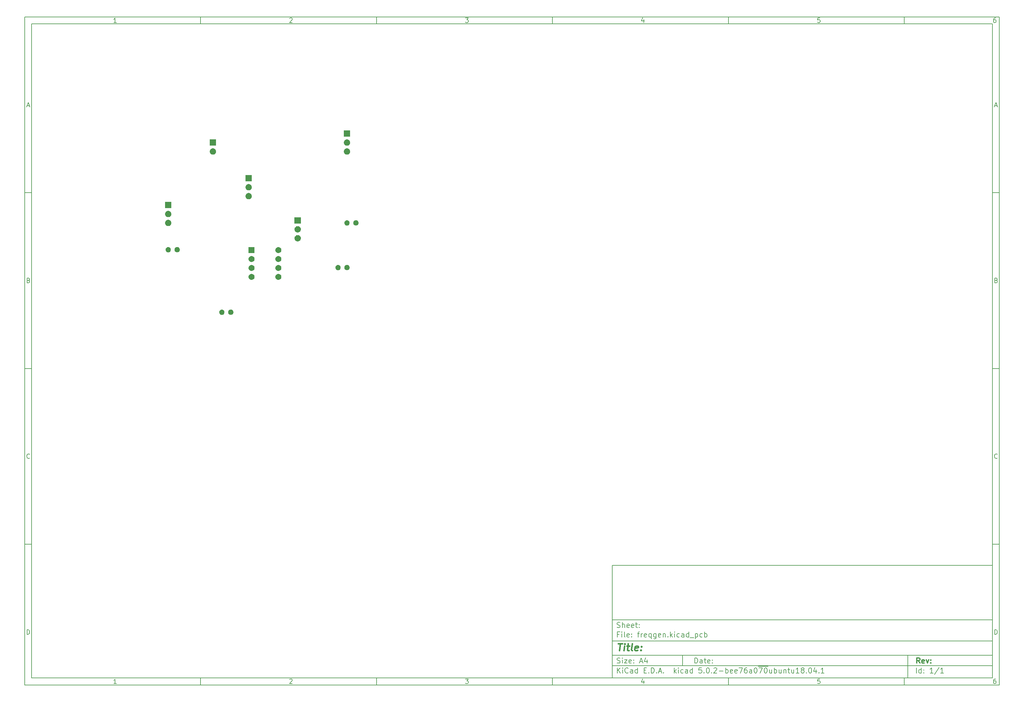
<source format=gbr>
G04 #@! TF.GenerationSoftware,KiCad,Pcbnew,5.0.2-bee76a0~70~ubuntu18.04.1*
G04 #@! TF.CreationDate,2019-03-06T00:53:48+05:30*
G04 #@! TF.ProjectId,freqgen,66726571-6765-46e2-9e6b-696361645f70,rev?*
G04 #@! TF.SameCoordinates,Original*
G04 #@! TF.FileFunction,Soldermask,Top*
G04 #@! TF.FilePolarity,Negative*
%FSLAX46Y46*%
G04 Gerber Fmt 4.6, Leading zero omitted, Abs format (unit mm)*
G04 Created by KiCad (PCBNEW 5.0.2-bee76a0~70~ubuntu18.04.1) date Wed Mar  6 00:53:48 2019*
%MOMM*%
%LPD*%
G01*
G04 APERTURE LIST*
%ADD10C,0.100000*%
%ADD11C,0.150000*%
%ADD12C,0.300000*%
%ADD13C,0.400000*%
G04 APERTURE END LIST*
D10*
D11*
X177002200Y-166007200D02*
X177002200Y-198007200D01*
X285002200Y-198007200D01*
X285002200Y-166007200D01*
X177002200Y-166007200D01*
D10*
D11*
X10000000Y-10000000D02*
X10000000Y-200007200D01*
X287002200Y-200007200D01*
X287002200Y-10000000D01*
X10000000Y-10000000D01*
D10*
D11*
X12000000Y-12000000D02*
X12000000Y-198007200D01*
X285002200Y-198007200D01*
X285002200Y-12000000D01*
X12000000Y-12000000D01*
D10*
D11*
X60000000Y-12000000D02*
X60000000Y-10000000D01*
D10*
D11*
X110000000Y-12000000D02*
X110000000Y-10000000D01*
D10*
D11*
X160000000Y-12000000D02*
X160000000Y-10000000D01*
D10*
D11*
X210000000Y-12000000D02*
X210000000Y-10000000D01*
D10*
D11*
X260000000Y-12000000D02*
X260000000Y-10000000D01*
D10*
D11*
X36065476Y-11588095D02*
X35322619Y-11588095D01*
X35694047Y-11588095D02*
X35694047Y-10288095D01*
X35570238Y-10473809D01*
X35446428Y-10597619D01*
X35322619Y-10659523D01*
D10*
D11*
X85322619Y-10411904D02*
X85384523Y-10350000D01*
X85508333Y-10288095D01*
X85817857Y-10288095D01*
X85941666Y-10350000D01*
X86003571Y-10411904D01*
X86065476Y-10535714D01*
X86065476Y-10659523D01*
X86003571Y-10845238D01*
X85260714Y-11588095D01*
X86065476Y-11588095D01*
D10*
D11*
X135260714Y-10288095D02*
X136065476Y-10288095D01*
X135632142Y-10783333D01*
X135817857Y-10783333D01*
X135941666Y-10845238D01*
X136003571Y-10907142D01*
X136065476Y-11030952D01*
X136065476Y-11340476D01*
X136003571Y-11464285D01*
X135941666Y-11526190D01*
X135817857Y-11588095D01*
X135446428Y-11588095D01*
X135322619Y-11526190D01*
X135260714Y-11464285D01*
D10*
D11*
X185941666Y-10721428D02*
X185941666Y-11588095D01*
X185632142Y-10226190D02*
X185322619Y-11154761D01*
X186127380Y-11154761D01*
D10*
D11*
X236003571Y-10288095D02*
X235384523Y-10288095D01*
X235322619Y-10907142D01*
X235384523Y-10845238D01*
X235508333Y-10783333D01*
X235817857Y-10783333D01*
X235941666Y-10845238D01*
X236003571Y-10907142D01*
X236065476Y-11030952D01*
X236065476Y-11340476D01*
X236003571Y-11464285D01*
X235941666Y-11526190D01*
X235817857Y-11588095D01*
X235508333Y-11588095D01*
X235384523Y-11526190D01*
X235322619Y-11464285D01*
D10*
D11*
X285941666Y-10288095D02*
X285694047Y-10288095D01*
X285570238Y-10350000D01*
X285508333Y-10411904D01*
X285384523Y-10597619D01*
X285322619Y-10845238D01*
X285322619Y-11340476D01*
X285384523Y-11464285D01*
X285446428Y-11526190D01*
X285570238Y-11588095D01*
X285817857Y-11588095D01*
X285941666Y-11526190D01*
X286003571Y-11464285D01*
X286065476Y-11340476D01*
X286065476Y-11030952D01*
X286003571Y-10907142D01*
X285941666Y-10845238D01*
X285817857Y-10783333D01*
X285570238Y-10783333D01*
X285446428Y-10845238D01*
X285384523Y-10907142D01*
X285322619Y-11030952D01*
D10*
D11*
X60000000Y-198007200D02*
X60000000Y-200007200D01*
D10*
D11*
X110000000Y-198007200D02*
X110000000Y-200007200D01*
D10*
D11*
X160000000Y-198007200D02*
X160000000Y-200007200D01*
D10*
D11*
X210000000Y-198007200D02*
X210000000Y-200007200D01*
D10*
D11*
X260000000Y-198007200D02*
X260000000Y-200007200D01*
D10*
D11*
X36065476Y-199595295D02*
X35322619Y-199595295D01*
X35694047Y-199595295D02*
X35694047Y-198295295D01*
X35570238Y-198481009D01*
X35446428Y-198604819D01*
X35322619Y-198666723D01*
D10*
D11*
X85322619Y-198419104D02*
X85384523Y-198357200D01*
X85508333Y-198295295D01*
X85817857Y-198295295D01*
X85941666Y-198357200D01*
X86003571Y-198419104D01*
X86065476Y-198542914D01*
X86065476Y-198666723D01*
X86003571Y-198852438D01*
X85260714Y-199595295D01*
X86065476Y-199595295D01*
D10*
D11*
X135260714Y-198295295D02*
X136065476Y-198295295D01*
X135632142Y-198790533D01*
X135817857Y-198790533D01*
X135941666Y-198852438D01*
X136003571Y-198914342D01*
X136065476Y-199038152D01*
X136065476Y-199347676D01*
X136003571Y-199471485D01*
X135941666Y-199533390D01*
X135817857Y-199595295D01*
X135446428Y-199595295D01*
X135322619Y-199533390D01*
X135260714Y-199471485D01*
D10*
D11*
X185941666Y-198728628D02*
X185941666Y-199595295D01*
X185632142Y-198233390D02*
X185322619Y-199161961D01*
X186127380Y-199161961D01*
D10*
D11*
X236003571Y-198295295D02*
X235384523Y-198295295D01*
X235322619Y-198914342D01*
X235384523Y-198852438D01*
X235508333Y-198790533D01*
X235817857Y-198790533D01*
X235941666Y-198852438D01*
X236003571Y-198914342D01*
X236065476Y-199038152D01*
X236065476Y-199347676D01*
X236003571Y-199471485D01*
X235941666Y-199533390D01*
X235817857Y-199595295D01*
X235508333Y-199595295D01*
X235384523Y-199533390D01*
X235322619Y-199471485D01*
D10*
D11*
X285941666Y-198295295D02*
X285694047Y-198295295D01*
X285570238Y-198357200D01*
X285508333Y-198419104D01*
X285384523Y-198604819D01*
X285322619Y-198852438D01*
X285322619Y-199347676D01*
X285384523Y-199471485D01*
X285446428Y-199533390D01*
X285570238Y-199595295D01*
X285817857Y-199595295D01*
X285941666Y-199533390D01*
X286003571Y-199471485D01*
X286065476Y-199347676D01*
X286065476Y-199038152D01*
X286003571Y-198914342D01*
X285941666Y-198852438D01*
X285817857Y-198790533D01*
X285570238Y-198790533D01*
X285446428Y-198852438D01*
X285384523Y-198914342D01*
X285322619Y-199038152D01*
D10*
D11*
X10000000Y-60000000D02*
X12000000Y-60000000D01*
D10*
D11*
X10000000Y-110000000D02*
X12000000Y-110000000D01*
D10*
D11*
X10000000Y-160000000D02*
X12000000Y-160000000D01*
D10*
D11*
X10690476Y-35216666D02*
X11309523Y-35216666D01*
X10566666Y-35588095D02*
X11000000Y-34288095D01*
X11433333Y-35588095D01*
D10*
D11*
X11092857Y-84907142D02*
X11278571Y-84969047D01*
X11340476Y-85030952D01*
X11402380Y-85154761D01*
X11402380Y-85340476D01*
X11340476Y-85464285D01*
X11278571Y-85526190D01*
X11154761Y-85588095D01*
X10659523Y-85588095D01*
X10659523Y-84288095D01*
X11092857Y-84288095D01*
X11216666Y-84350000D01*
X11278571Y-84411904D01*
X11340476Y-84535714D01*
X11340476Y-84659523D01*
X11278571Y-84783333D01*
X11216666Y-84845238D01*
X11092857Y-84907142D01*
X10659523Y-84907142D01*
D10*
D11*
X11402380Y-135464285D02*
X11340476Y-135526190D01*
X11154761Y-135588095D01*
X11030952Y-135588095D01*
X10845238Y-135526190D01*
X10721428Y-135402380D01*
X10659523Y-135278571D01*
X10597619Y-135030952D01*
X10597619Y-134845238D01*
X10659523Y-134597619D01*
X10721428Y-134473809D01*
X10845238Y-134350000D01*
X11030952Y-134288095D01*
X11154761Y-134288095D01*
X11340476Y-134350000D01*
X11402380Y-134411904D01*
D10*
D11*
X10659523Y-185588095D02*
X10659523Y-184288095D01*
X10969047Y-184288095D01*
X11154761Y-184350000D01*
X11278571Y-184473809D01*
X11340476Y-184597619D01*
X11402380Y-184845238D01*
X11402380Y-185030952D01*
X11340476Y-185278571D01*
X11278571Y-185402380D01*
X11154761Y-185526190D01*
X10969047Y-185588095D01*
X10659523Y-185588095D01*
D10*
D11*
X287002200Y-60000000D02*
X285002200Y-60000000D01*
D10*
D11*
X287002200Y-110000000D02*
X285002200Y-110000000D01*
D10*
D11*
X287002200Y-160000000D02*
X285002200Y-160000000D01*
D10*
D11*
X285692676Y-35216666D02*
X286311723Y-35216666D01*
X285568866Y-35588095D02*
X286002200Y-34288095D01*
X286435533Y-35588095D01*
D10*
D11*
X286095057Y-84907142D02*
X286280771Y-84969047D01*
X286342676Y-85030952D01*
X286404580Y-85154761D01*
X286404580Y-85340476D01*
X286342676Y-85464285D01*
X286280771Y-85526190D01*
X286156961Y-85588095D01*
X285661723Y-85588095D01*
X285661723Y-84288095D01*
X286095057Y-84288095D01*
X286218866Y-84350000D01*
X286280771Y-84411904D01*
X286342676Y-84535714D01*
X286342676Y-84659523D01*
X286280771Y-84783333D01*
X286218866Y-84845238D01*
X286095057Y-84907142D01*
X285661723Y-84907142D01*
D10*
D11*
X286404580Y-135464285D02*
X286342676Y-135526190D01*
X286156961Y-135588095D01*
X286033152Y-135588095D01*
X285847438Y-135526190D01*
X285723628Y-135402380D01*
X285661723Y-135278571D01*
X285599819Y-135030952D01*
X285599819Y-134845238D01*
X285661723Y-134597619D01*
X285723628Y-134473809D01*
X285847438Y-134350000D01*
X286033152Y-134288095D01*
X286156961Y-134288095D01*
X286342676Y-134350000D01*
X286404580Y-134411904D01*
D10*
D11*
X285661723Y-185588095D02*
X285661723Y-184288095D01*
X285971247Y-184288095D01*
X286156961Y-184350000D01*
X286280771Y-184473809D01*
X286342676Y-184597619D01*
X286404580Y-184845238D01*
X286404580Y-185030952D01*
X286342676Y-185278571D01*
X286280771Y-185402380D01*
X286156961Y-185526190D01*
X285971247Y-185588095D01*
X285661723Y-185588095D01*
D10*
D11*
X200434342Y-193785771D02*
X200434342Y-192285771D01*
X200791485Y-192285771D01*
X201005771Y-192357200D01*
X201148628Y-192500057D01*
X201220057Y-192642914D01*
X201291485Y-192928628D01*
X201291485Y-193142914D01*
X201220057Y-193428628D01*
X201148628Y-193571485D01*
X201005771Y-193714342D01*
X200791485Y-193785771D01*
X200434342Y-193785771D01*
X202577200Y-193785771D02*
X202577200Y-193000057D01*
X202505771Y-192857200D01*
X202362914Y-192785771D01*
X202077200Y-192785771D01*
X201934342Y-192857200D01*
X202577200Y-193714342D02*
X202434342Y-193785771D01*
X202077200Y-193785771D01*
X201934342Y-193714342D01*
X201862914Y-193571485D01*
X201862914Y-193428628D01*
X201934342Y-193285771D01*
X202077200Y-193214342D01*
X202434342Y-193214342D01*
X202577200Y-193142914D01*
X203077200Y-192785771D02*
X203648628Y-192785771D01*
X203291485Y-192285771D02*
X203291485Y-193571485D01*
X203362914Y-193714342D01*
X203505771Y-193785771D01*
X203648628Y-193785771D01*
X204720057Y-193714342D02*
X204577200Y-193785771D01*
X204291485Y-193785771D01*
X204148628Y-193714342D01*
X204077200Y-193571485D01*
X204077200Y-193000057D01*
X204148628Y-192857200D01*
X204291485Y-192785771D01*
X204577200Y-192785771D01*
X204720057Y-192857200D01*
X204791485Y-193000057D01*
X204791485Y-193142914D01*
X204077200Y-193285771D01*
X205434342Y-193642914D02*
X205505771Y-193714342D01*
X205434342Y-193785771D01*
X205362914Y-193714342D01*
X205434342Y-193642914D01*
X205434342Y-193785771D01*
X205434342Y-192857200D02*
X205505771Y-192928628D01*
X205434342Y-193000057D01*
X205362914Y-192928628D01*
X205434342Y-192857200D01*
X205434342Y-193000057D01*
D10*
D11*
X177002200Y-194507200D02*
X285002200Y-194507200D01*
D10*
D11*
X178434342Y-196585771D02*
X178434342Y-195085771D01*
X179291485Y-196585771D02*
X178648628Y-195728628D01*
X179291485Y-195085771D02*
X178434342Y-195942914D01*
X179934342Y-196585771D02*
X179934342Y-195585771D01*
X179934342Y-195085771D02*
X179862914Y-195157200D01*
X179934342Y-195228628D01*
X180005771Y-195157200D01*
X179934342Y-195085771D01*
X179934342Y-195228628D01*
X181505771Y-196442914D02*
X181434342Y-196514342D01*
X181220057Y-196585771D01*
X181077200Y-196585771D01*
X180862914Y-196514342D01*
X180720057Y-196371485D01*
X180648628Y-196228628D01*
X180577200Y-195942914D01*
X180577200Y-195728628D01*
X180648628Y-195442914D01*
X180720057Y-195300057D01*
X180862914Y-195157200D01*
X181077200Y-195085771D01*
X181220057Y-195085771D01*
X181434342Y-195157200D01*
X181505771Y-195228628D01*
X182791485Y-196585771D02*
X182791485Y-195800057D01*
X182720057Y-195657200D01*
X182577200Y-195585771D01*
X182291485Y-195585771D01*
X182148628Y-195657200D01*
X182791485Y-196514342D02*
X182648628Y-196585771D01*
X182291485Y-196585771D01*
X182148628Y-196514342D01*
X182077200Y-196371485D01*
X182077200Y-196228628D01*
X182148628Y-196085771D01*
X182291485Y-196014342D01*
X182648628Y-196014342D01*
X182791485Y-195942914D01*
X184148628Y-196585771D02*
X184148628Y-195085771D01*
X184148628Y-196514342D02*
X184005771Y-196585771D01*
X183720057Y-196585771D01*
X183577200Y-196514342D01*
X183505771Y-196442914D01*
X183434342Y-196300057D01*
X183434342Y-195871485D01*
X183505771Y-195728628D01*
X183577200Y-195657200D01*
X183720057Y-195585771D01*
X184005771Y-195585771D01*
X184148628Y-195657200D01*
X186005771Y-195800057D02*
X186505771Y-195800057D01*
X186720057Y-196585771D02*
X186005771Y-196585771D01*
X186005771Y-195085771D01*
X186720057Y-195085771D01*
X187362914Y-196442914D02*
X187434342Y-196514342D01*
X187362914Y-196585771D01*
X187291485Y-196514342D01*
X187362914Y-196442914D01*
X187362914Y-196585771D01*
X188077200Y-196585771D02*
X188077200Y-195085771D01*
X188434342Y-195085771D01*
X188648628Y-195157200D01*
X188791485Y-195300057D01*
X188862914Y-195442914D01*
X188934342Y-195728628D01*
X188934342Y-195942914D01*
X188862914Y-196228628D01*
X188791485Y-196371485D01*
X188648628Y-196514342D01*
X188434342Y-196585771D01*
X188077200Y-196585771D01*
X189577200Y-196442914D02*
X189648628Y-196514342D01*
X189577200Y-196585771D01*
X189505771Y-196514342D01*
X189577200Y-196442914D01*
X189577200Y-196585771D01*
X190220057Y-196157200D02*
X190934342Y-196157200D01*
X190077200Y-196585771D02*
X190577200Y-195085771D01*
X191077200Y-196585771D01*
X191577200Y-196442914D02*
X191648628Y-196514342D01*
X191577200Y-196585771D01*
X191505771Y-196514342D01*
X191577200Y-196442914D01*
X191577200Y-196585771D01*
X194577200Y-196585771D02*
X194577200Y-195085771D01*
X194720057Y-196014342D02*
X195148628Y-196585771D01*
X195148628Y-195585771D02*
X194577200Y-196157200D01*
X195791485Y-196585771D02*
X195791485Y-195585771D01*
X195791485Y-195085771D02*
X195720057Y-195157200D01*
X195791485Y-195228628D01*
X195862914Y-195157200D01*
X195791485Y-195085771D01*
X195791485Y-195228628D01*
X197148628Y-196514342D02*
X197005771Y-196585771D01*
X196720057Y-196585771D01*
X196577200Y-196514342D01*
X196505771Y-196442914D01*
X196434342Y-196300057D01*
X196434342Y-195871485D01*
X196505771Y-195728628D01*
X196577200Y-195657200D01*
X196720057Y-195585771D01*
X197005771Y-195585771D01*
X197148628Y-195657200D01*
X198434342Y-196585771D02*
X198434342Y-195800057D01*
X198362914Y-195657200D01*
X198220057Y-195585771D01*
X197934342Y-195585771D01*
X197791485Y-195657200D01*
X198434342Y-196514342D02*
X198291485Y-196585771D01*
X197934342Y-196585771D01*
X197791485Y-196514342D01*
X197720057Y-196371485D01*
X197720057Y-196228628D01*
X197791485Y-196085771D01*
X197934342Y-196014342D01*
X198291485Y-196014342D01*
X198434342Y-195942914D01*
X199791485Y-196585771D02*
X199791485Y-195085771D01*
X199791485Y-196514342D02*
X199648628Y-196585771D01*
X199362914Y-196585771D01*
X199220057Y-196514342D01*
X199148628Y-196442914D01*
X199077200Y-196300057D01*
X199077200Y-195871485D01*
X199148628Y-195728628D01*
X199220057Y-195657200D01*
X199362914Y-195585771D01*
X199648628Y-195585771D01*
X199791485Y-195657200D01*
X202362914Y-195085771D02*
X201648628Y-195085771D01*
X201577200Y-195800057D01*
X201648628Y-195728628D01*
X201791485Y-195657200D01*
X202148628Y-195657200D01*
X202291485Y-195728628D01*
X202362914Y-195800057D01*
X202434342Y-195942914D01*
X202434342Y-196300057D01*
X202362914Y-196442914D01*
X202291485Y-196514342D01*
X202148628Y-196585771D01*
X201791485Y-196585771D01*
X201648628Y-196514342D01*
X201577200Y-196442914D01*
X203077200Y-196442914D02*
X203148628Y-196514342D01*
X203077200Y-196585771D01*
X203005771Y-196514342D01*
X203077200Y-196442914D01*
X203077200Y-196585771D01*
X204077200Y-195085771D02*
X204220057Y-195085771D01*
X204362914Y-195157200D01*
X204434342Y-195228628D01*
X204505771Y-195371485D01*
X204577200Y-195657200D01*
X204577200Y-196014342D01*
X204505771Y-196300057D01*
X204434342Y-196442914D01*
X204362914Y-196514342D01*
X204220057Y-196585771D01*
X204077200Y-196585771D01*
X203934342Y-196514342D01*
X203862914Y-196442914D01*
X203791485Y-196300057D01*
X203720057Y-196014342D01*
X203720057Y-195657200D01*
X203791485Y-195371485D01*
X203862914Y-195228628D01*
X203934342Y-195157200D01*
X204077200Y-195085771D01*
X205220057Y-196442914D02*
X205291485Y-196514342D01*
X205220057Y-196585771D01*
X205148628Y-196514342D01*
X205220057Y-196442914D01*
X205220057Y-196585771D01*
X205862914Y-195228628D02*
X205934342Y-195157200D01*
X206077200Y-195085771D01*
X206434342Y-195085771D01*
X206577200Y-195157200D01*
X206648628Y-195228628D01*
X206720057Y-195371485D01*
X206720057Y-195514342D01*
X206648628Y-195728628D01*
X205791485Y-196585771D01*
X206720057Y-196585771D01*
X207362914Y-196014342D02*
X208505771Y-196014342D01*
X209220057Y-196585771D02*
X209220057Y-195085771D01*
X209220057Y-195657200D02*
X209362914Y-195585771D01*
X209648628Y-195585771D01*
X209791485Y-195657200D01*
X209862914Y-195728628D01*
X209934342Y-195871485D01*
X209934342Y-196300057D01*
X209862914Y-196442914D01*
X209791485Y-196514342D01*
X209648628Y-196585771D01*
X209362914Y-196585771D01*
X209220057Y-196514342D01*
X211148628Y-196514342D02*
X211005771Y-196585771D01*
X210720057Y-196585771D01*
X210577200Y-196514342D01*
X210505771Y-196371485D01*
X210505771Y-195800057D01*
X210577200Y-195657200D01*
X210720057Y-195585771D01*
X211005771Y-195585771D01*
X211148628Y-195657200D01*
X211220057Y-195800057D01*
X211220057Y-195942914D01*
X210505771Y-196085771D01*
X212434342Y-196514342D02*
X212291485Y-196585771D01*
X212005771Y-196585771D01*
X211862914Y-196514342D01*
X211791485Y-196371485D01*
X211791485Y-195800057D01*
X211862914Y-195657200D01*
X212005771Y-195585771D01*
X212291485Y-195585771D01*
X212434342Y-195657200D01*
X212505771Y-195800057D01*
X212505771Y-195942914D01*
X211791485Y-196085771D01*
X213005771Y-195085771D02*
X214005771Y-195085771D01*
X213362914Y-196585771D01*
X215220057Y-195085771D02*
X214934342Y-195085771D01*
X214791485Y-195157200D01*
X214720057Y-195228628D01*
X214577200Y-195442914D01*
X214505771Y-195728628D01*
X214505771Y-196300057D01*
X214577200Y-196442914D01*
X214648628Y-196514342D01*
X214791485Y-196585771D01*
X215077200Y-196585771D01*
X215220057Y-196514342D01*
X215291485Y-196442914D01*
X215362914Y-196300057D01*
X215362914Y-195942914D01*
X215291485Y-195800057D01*
X215220057Y-195728628D01*
X215077200Y-195657200D01*
X214791485Y-195657200D01*
X214648628Y-195728628D01*
X214577200Y-195800057D01*
X214505771Y-195942914D01*
X216648628Y-196585771D02*
X216648628Y-195800057D01*
X216577200Y-195657200D01*
X216434342Y-195585771D01*
X216148628Y-195585771D01*
X216005771Y-195657200D01*
X216648628Y-196514342D02*
X216505771Y-196585771D01*
X216148628Y-196585771D01*
X216005771Y-196514342D01*
X215934342Y-196371485D01*
X215934342Y-196228628D01*
X216005771Y-196085771D01*
X216148628Y-196014342D01*
X216505771Y-196014342D01*
X216648628Y-195942914D01*
X217648628Y-195085771D02*
X217791485Y-195085771D01*
X217934342Y-195157200D01*
X218005771Y-195228628D01*
X218077200Y-195371485D01*
X218148628Y-195657200D01*
X218148628Y-196014342D01*
X218077200Y-196300057D01*
X218005771Y-196442914D01*
X217934342Y-196514342D01*
X217791485Y-196585771D01*
X217648628Y-196585771D01*
X217505771Y-196514342D01*
X217434342Y-196442914D01*
X217362914Y-196300057D01*
X217291485Y-196014342D01*
X217291485Y-195657200D01*
X217362914Y-195371485D01*
X217434342Y-195228628D01*
X217505771Y-195157200D01*
X217648628Y-195085771D01*
X218434342Y-194677200D02*
X219862914Y-194677200D01*
X218648628Y-195085771D02*
X219648628Y-195085771D01*
X219005771Y-196585771D01*
X219862914Y-194677200D02*
X221291485Y-194677200D01*
X220505771Y-195085771D02*
X220648628Y-195085771D01*
X220791485Y-195157200D01*
X220862914Y-195228628D01*
X220934342Y-195371485D01*
X221005771Y-195657200D01*
X221005771Y-196014342D01*
X220934342Y-196300057D01*
X220862914Y-196442914D01*
X220791485Y-196514342D01*
X220648628Y-196585771D01*
X220505771Y-196585771D01*
X220362914Y-196514342D01*
X220291485Y-196442914D01*
X220220057Y-196300057D01*
X220148628Y-196014342D01*
X220148628Y-195657200D01*
X220220057Y-195371485D01*
X220291485Y-195228628D01*
X220362914Y-195157200D01*
X220505771Y-195085771D01*
X222291485Y-195585771D02*
X222291485Y-196585771D01*
X221648628Y-195585771D02*
X221648628Y-196371485D01*
X221720057Y-196514342D01*
X221862914Y-196585771D01*
X222077200Y-196585771D01*
X222220057Y-196514342D01*
X222291485Y-196442914D01*
X223005771Y-196585771D02*
X223005771Y-195085771D01*
X223005771Y-195657200D02*
X223148628Y-195585771D01*
X223434342Y-195585771D01*
X223577200Y-195657200D01*
X223648628Y-195728628D01*
X223720057Y-195871485D01*
X223720057Y-196300057D01*
X223648628Y-196442914D01*
X223577200Y-196514342D01*
X223434342Y-196585771D01*
X223148628Y-196585771D01*
X223005771Y-196514342D01*
X225005771Y-195585771D02*
X225005771Y-196585771D01*
X224362914Y-195585771D02*
X224362914Y-196371485D01*
X224434342Y-196514342D01*
X224577200Y-196585771D01*
X224791485Y-196585771D01*
X224934342Y-196514342D01*
X225005771Y-196442914D01*
X225720057Y-195585771D02*
X225720057Y-196585771D01*
X225720057Y-195728628D02*
X225791485Y-195657200D01*
X225934342Y-195585771D01*
X226148628Y-195585771D01*
X226291485Y-195657200D01*
X226362914Y-195800057D01*
X226362914Y-196585771D01*
X226862914Y-195585771D02*
X227434342Y-195585771D01*
X227077200Y-195085771D02*
X227077200Y-196371485D01*
X227148628Y-196514342D01*
X227291485Y-196585771D01*
X227434342Y-196585771D01*
X228577200Y-195585771D02*
X228577200Y-196585771D01*
X227934342Y-195585771D02*
X227934342Y-196371485D01*
X228005771Y-196514342D01*
X228148628Y-196585771D01*
X228362914Y-196585771D01*
X228505771Y-196514342D01*
X228577200Y-196442914D01*
X230077200Y-196585771D02*
X229220057Y-196585771D01*
X229648628Y-196585771D02*
X229648628Y-195085771D01*
X229505771Y-195300057D01*
X229362914Y-195442914D01*
X229220057Y-195514342D01*
X230934342Y-195728628D02*
X230791485Y-195657200D01*
X230720057Y-195585771D01*
X230648628Y-195442914D01*
X230648628Y-195371485D01*
X230720057Y-195228628D01*
X230791485Y-195157200D01*
X230934342Y-195085771D01*
X231220057Y-195085771D01*
X231362914Y-195157200D01*
X231434342Y-195228628D01*
X231505771Y-195371485D01*
X231505771Y-195442914D01*
X231434342Y-195585771D01*
X231362914Y-195657200D01*
X231220057Y-195728628D01*
X230934342Y-195728628D01*
X230791485Y-195800057D01*
X230720057Y-195871485D01*
X230648628Y-196014342D01*
X230648628Y-196300057D01*
X230720057Y-196442914D01*
X230791485Y-196514342D01*
X230934342Y-196585771D01*
X231220057Y-196585771D01*
X231362914Y-196514342D01*
X231434342Y-196442914D01*
X231505771Y-196300057D01*
X231505771Y-196014342D01*
X231434342Y-195871485D01*
X231362914Y-195800057D01*
X231220057Y-195728628D01*
X232148628Y-196442914D02*
X232220057Y-196514342D01*
X232148628Y-196585771D01*
X232077200Y-196514342D01*
X232148628Y-196442914D01*
X232148628Y-196585771D01*
X233148628Y-195085771D02*
X233291485Y-195085771D01*
X233434342Y-195157200D01*
X233505771Y-195228628D01*
X233577200Y-195371485D01*
X233648628Y-195657200D01*
X233648628Y-196014342D01*
X233577200Y-196300057D01*
X233505771Y-196442914D01*
X233434342Y-196514342D01*
X233291485Y-196585771D01*
X233148628Y-196585771D01*
X233005771Y-196514342D01*
X232934342Y-196442914D01*
X232862914Y-196300057D01*
X232791485Y-196014342D01*
X232791485Y-195657200D01*
X232862914Y-195371485D01*
X232934342Y-195228628D01*
X233005771Y-195157200D01*
X233148628Y-195085771D01*
X234934342Y-195585771D02*
X234934342Y-196585771D01*
X234577200Y-195014342D02*
X234220057Y-196085771D01*
X235148628Y-196085771D01*
X235720057Y-196442914D02*
X235791485Y-196514342D01*
X235720057Y-196585771D01*
X235648628Y-196514342D01*
X235720057Y-196442914D01*
X235720057Y-196585771D01*
X237220057Y-196585771D02*
X236362914Y-196585771D01*
X236791485Y-196585771D02*
X236791485Y-195085771D01*
X236648628Y-195300057D01*
X236505771Y-195442914D01*
X236362914Y-195514342D01*
D10*
D11*
X177002200Y-191507200D02*
X285002200Y-191507200D01*
D10*
D12*
X264411485Y-193785771D02*
X263911485Y-193071485D01*
X263554342Y-193785771D02*
X263554342Y-192285771D01*
X264125771Y-192285771D01*
X264268628Y-192357200D01*
X264340057Y-192428628D01*
X264411485Y-192571485D01*
X264411485Y-192785771D01*
X264340057Y-192928628D01*
X264268628Y-193000057D01*
X264125771Y-193071485D01*
X263554342Y-193071485D01*
X265625771Y-193714342D02*
X265482914Y-193785771D01*
X265197200Y-193785771D01*
X265054342Y-193714342D01*
X264982914Y-193571485D01*
X264982914Y-193000057D01*
X265054342Y-192857200D01*
X265197200Y-192785771D01*
X265482914Y-192785771D01*
X265625771Y-192857200D01*
X265697200Y-193000057D01*
X265697200Y-193142914D01*
X264982914Y-193285771D01*
X266197200Y-192785771D02*
X266554342Y-193785771D01*
X266911485Y-192785771D01*
X267482914Y-193642914D02*
X267554342Y-193714342D01*
X267482914Y-193785771D01*
X267411485Y-193714342D01*
X267482914Y-193642914D01*
X267482914Y-193785771D01*
X267482914Y-192857200D02*
X267554342Y-192928628D01*
X267482914Y-193000057D01*
X267411485Y-192928628D01*
X267482914Y-192857200D01*
X267482914Y-193000057D01*
D10*
D11*
X178362914Y-193714342D02*
X178577200Y-193785771D01*
X178934342Y-193785771D01*
X179077200Y-193714342D01*
X179148628Y-193642914D01*
X179220057Y-193500057D01*
X179220057Y-193357200D01*
X179148628Y-193214342D01*
X179077200Y-193142914D01*
X178934342Y-193071485D01*
X178648628Y-193000057D01*
X178505771Y-192928628D01*
X178434342Y-192857200D01*
X178362914Y-192714342D01*
X178362914Y-192571485D01*
X178434342Y-192428628D01*
X178505771Y-192357200D01*
X178648628Y-192285771D01*
X179005771Y-192285771D01*
X179220057Y-192357200D01*
X179862914Y-193785771D02*
X179862914Y-192785771D01*
X179862914Y-192285771D02*
X179791485Y-192357200D01*
X179862914Y-192428628D01*
X179934342Y-192357200D01*
X179862914Y-192285771D01*
X179862914Y-192428628D01*
X180434342Y-192785771D02*
X181220057Y-192785771D01*
X180434342Y-193785771D01*
X181220057Y-193785771D01*
X182362914Y-193714342D02*
X182220057Y-193785771D01*
X181934342Y-193785771D01*
X181791485Y-193714342D01*
X181720057Y-193571485D01*
X181720057Y-193000057D01*
X181791485Y-192857200D01*
X181934342Y-192785771D01*
X182220057Y-192785771D01*
X182362914Y-192857200D01*
X182434342Y-193000057D01*
X182434342Y-193142914D01*
X181720057Y-193285771D01*
X183077200Y-193642914D02*
X183148628Y-193714342D01*
X183077200Y-193785771D01*
X183005771Y-193714342D01*
X183077200Y-193642914D01*
X183077200Y-193785771D01*
X183077200Y-192857200D02*
X183148628Y-192928628D01*
X183077200Y-193000057D01*
X183005771Y-192928628D01*
X183077200Y-192857200D01*
X183077200Y-193000057D01*
X184862914Y-193357200D02*
X185577200Y-193357200D01*
X184720057Y-193785771D02*
X185220057Y-192285771D01*
X185720057Y-193785771D01*
X186862914Y-192785771D02*
X186862914Y-193785771D01*
X186505771Y-192214342D02*
X186148628Y-193285771D01*
X187077200Y-193285771D01*
D10*
D11*
X263434342Y-196585771D02*
X263434342Y-195085771D01*
X264791485Y-196585771D02*
X264791485Y-195085771D01*
X264791485Y-196514342D02*
X264648628Y-196585771D01*
X264362914Y-196585771D01*
X264220057Y-196514342D01*
X264148628Y-196442914D01*
X264077200Y-196300057D01*
X264077200Y-195871485D01*
X264148628Y-195728628D01*
X264220057Y-195657200D01*
X264362914Y-195585771D01*
X264648628Y-195585771D01*
X264791485Y-195657200D01*
X265505771Y-196442914D02*
X265577200Y-196514342D01*
X265505771Y-196585771D01*
X265434342Y-196514342D01*
X265505771Y-196442914D01*
X265505771Y-196585771D01*
X265505771Y-195657200D02*
X265577200Y-195728628D01*
X265505771Y-195800057D01*
X265434342Y-195728628D01*
X265505771Y-195657200D01*
X265505771Y-195800057D01*
X268148628Y-196585771D02*
X267291485Y-196585771D01*
X267720057Y-196585771D02*
X267720057Y-195085771D01*
X267577200Y-195300057D01*
X267434342Y-195442914D01*
X267291485Y-195514342D01*
X269862914Y-195014342D02*
X268577200Y-196942914D01*
X271148628Y-196585771D02*
X270291485Y-196585771D01*
X270720057Y-196585771D02*
X270720057Y-195085771D01*
X270577200Y-195300057D01*
X270434342Y-195442914D01*
X270291485Y-195514342D01*
D10*
D11*
X177002200Y-187507200D02*
X285002200Y-187507200D01*
D10*
D13*
X178714580Y-188211961D02*
X179857438Y-188211961D01*
X179036009Y-190211961D02*
X179286009Y-188211961D01*
X180274104Y-190211961D02*
X180440771Y-188878628D01*
X180524104Y-188211961D02*
X180416961Y-188307200D01*
X180500295Y-188402438D01*
X180607438Y-188307200D01*
X180524104Y-188211961D01*
X180500295Y-188402438D01*
X181107438Y-188878628D02*
X181869342Y-188878628D01*
X181476485Y-188211961D02*
X181262200Y-189926247D01*
X181333628Y-190116723D01*
X181512200Y-190211961D01*
X181702676Y-190211961D01*
X182655057Y-190211961D02*
X182476485Y-190116723D01*
X182405057Y-189926247D01*
X182619342Y-188211961D01*
X184190771Y-190116723D02*
X183988390Y-190211961D01*
X183607438Y-190211961D01*
X183428866Y-190116723D01*
X183357438Y-189926247D01*
X183452676Y-189164342D01*
X183571723Y-188973866D01*
X183774104Y-188878628D01*
X184155057Y-188878628D01*
X184333628Y-188973866D01*
X184405057Y-189164342D01*
X184381247Y-189354819D01*
X183405057Y-189545295D01*
X185155057Y-190021485D02*
X185238390Y-190116723D01*
X185131247Y-190211961D01*
X185047914Y-190116723D01*
X185155057Y-190021485D01*
X185131247Y-190211961D01*
X185286009Y-188973866D02*
X185369342Y-189069104D01*
X185262200Y-189164342D01*
X185178866Y-189069104D01*
X185286009Y-188973866D01*
X185262200Y-189164342D01*
D10*
D11*
X178934342Y-185600057D02*
X178434342Y-185600057D01*
X178434342Y-186385771D02*
X178434342Y-184885771D01*
X179148628Y-184885771D01*
X179720057Y-186385771D02*
X179720057Y-185385771D01*
X179720057Y-184885771D02*
X179648628Y-184957200D01*
X179720057Y-185028628D01*
X179791485Y-184957200D01*
X179720057Y-184885771D01*
X179720057Y-185028628D01*
X180648628Y-186385771D02*
X180505771Y-186314342D01*
X180434342Y-186171485D01*
X180434342Y-184885771D01*
X181791485Y-186314342D02*
X181648628Y-186385771D01*
X181362914Y-186385771D01*
X181220057Y-186314342D01*
X181148628Y-186171485D01*
X181148628Y-185600057D01*
X181220057Y-185457200D01*
X181362914Y-185385771D01*
X181648628Y-185385771D01*
X181791485Y-185457200D01*
X181862914Y-185600057D01*
X181862914Y-185742914D01*
X181148628Y-185885771D01*
X182505771Y-186242914D02*
X182577200Y-186314342D01*
X182505771Y-186385771D01*
X182434342Y-186314342D01*
X182505771Y-186242914D01*
X182505771Y-186385771D01*
X182505771Y-185457200D02*
X182577200Y-185528628D01*
X182505771Y-185600057D01*
X182434342Y-185528628D01*
X182505771Y-185457200D01*
X182505771Y-185600057D01*
X184148628Y-185385771D02*
X184720057Y-185385771D01*
X184362914Y-186385771D02*
X184362914Y-185100057D01*
X184434342Y-184957200D01*
X184577200Y-184885771D01*
X184720057Y-184885771D01*
X185220057Y-186385771D02*
X185220057Y-185385771D01*
X185220057Y-185671485D02*
X185291485Y-185528628D01*
X185362914Y-185457200D01*
X185505771Y-185385771D01*
X185648628Y-185385771D01*
X186720057Y-186314342D02*
X186577200Y-186385771D01*
X186291485Y-186385771D01*
X186148628Y-186314342D01*
X186077200Y-186171485D01*
X186077200Y-185600057D01*
X186148628Y-185457200D01*
X186291485Y-185385771D01*
X186577200Y-185385771D01*
X186720057Y-185457200D01*
X186791485Y-185600057D01*
X186791485Y-185742914D01*
X186077200Y-185885771D01*
X188077200Y-185385771D02*
X188077200Y-186885771D01*
X188077200Y-186314342D02*
X187934342Y-186385771D01*
X187648628Y-186385771D01*
X187505771Y-186314342D01*
X187434342Y-186242914D01*
X187362914Y-186100057D01*
X187362914Y-185671485D01*
X187434342Y-185528628D01*
X187505771Y-185457200D01*
X187648628Y-185385771D01*
X187934342Y-185385771D01*
X188077200Y-185457200D01*
X189434342Y-185385771D02*
X189434342Y-186600057D01*
X189362914Y-186742914D01*
X189291485Y-186814342D01*
X189148628Y-186885771D01*
X188934342Y-186885771D01*
X188791485Y-186814342D01*
X189434342Y-186314342D02*
X189291485Y-186385771D01*
X189005771Y-186385771D01*
X188862914Y-186314342D01*
X188791485Y-186242914D01*
X188720057Y-186100057D01*
X188720057Y-185671485D01*
X188791485Y-185528628D01*
X188862914Y-185457200D01*
X189005771Y-185385771D01*
X189291485Y-185385771D01*
X189434342Y-185457200D01*
X190720057Y-186314342D02*
X190577200Y-186385771D01*
X190291485Y-186385771D01*
X190148628Y-186314342D01*
X190077200Y-186171485D01*
X190077200Y-185600057D01*
X190148628Y-185457200D01*
X190291485Y-185385771D01*
X190577200Y-185385771D01*
X190720057Y-185457200D01*
X190791485Y-185600057D01*
X190791485Y-185742914D01*
X190077200Y-185885771D01*
X191434342Y-185385771D02*
X191434342Y-186385771D01*
X191434342Y-185528628D02*
X191505771Y-185457200D01*
X191648628Y-185385771D01*
X191862914Y-185385771D01*
X192005771Y-185457200D01*
X192077200Y-185600057D01*
X192077200Y-186385771D01*
X192791485Y-186242914D02*
X192862914Y-186314342D01*
X192791485Y-186385771D01*
X192720057Y-186314342D01*
X192791485Y-186242914D01*
X192791485Y-186385771D01*
X193505771Y-186385771D02*
X193505771Y-184885771D01*
X193648628Y-185814342D02*
X194077200Y-186385771D01*
X194077200Y-185385771D02*
X193505771Y-185957200D01*
X194720057Y-186385771D02*
X194720057Y-185385771D01*
X194720057Y-184885771D02*
X194648628Y-184957200D01*
X194720057Y-185028628D01*
X194791485Y-184957200D01*
X194720057Y-184885771D01*
X194720057Y-185028628D01*
X196077200Y-186314342D02*
X195934342Y-186385771D01*
X195648628Y-186385771D01*
X195505771Y-186314342D01*
X195434342Y-186242914D01*
X195362914Y-186100057D01*
X195362914Y-185671485D01*
X195434342Y-185528628D01*
X195505771Y-185457200D01*
X195648628Y-185385771D01*
X195934342Y-185385771D01*
X196077200Y-185457200D01*
X197362914Y-186385771D02*
X197362914Y-185600057D01*
X197291485Y-185457200D01*
X197148628Y-185385771D01*
X196862914Y-185385771D01*
X196720057Y-185457200D01*
X197362914Y-186314342D02*
X197220057Y-186385771D01*
X196862914Y-186385771D01*
X196720057Y-186314342D01*
X196648628Y-186171485D01*
X196648628Y-186028628D01*
X196720057Y-185885771D01*
X196862914Y-185814342D01*
X197220057Y-185814342D01*
X197362914Y-185742914D01*
X198720057Y-186385771D02*
X198720057Y-184885771D01*
X198720057Y-186314342D02*
X198577200Y-186385771D01*
X198291485Y-186385771D01*
X198148628Y-186314342D01*
X198077200Y-186242914D01*
X198005771Y-186100057D01*
X198005771Y-185671485D01*
X198077200Y-185528628D01*
X198148628Y-185457200D01*
X198291485Y-185385771D01*
X198577200Y-185385771D01*
X198720057Y-185457200D01*
X199077200Y-186528628D02*
X200220057Y-186528628D01*
X200577200Y-185385771D02*
X200577200Y-186885771D01*
X200577200Y-185457200D02*
X200720057Y-185385771D01*
X201005771Y-185385771D01*
X201148628Y-185457200D01*
X201220057Y-185528628D01*
X201291485Y-185671485D01*
X201291485Y-186100057D01*
X201220057Y-186242914D01*
X201148628Y-186314342D01*
X201005771Y-186385771D01*
X200720057Y-186385771D01*
X200577200Y-186314342D01*
X202577200Y-186314342D02*
X202434342Y-186385771D01*
X202148628Y-186385771D01*
X202005771Y-186314342D01*
X201934342Y-186242914D01*
X201862914Y-186100057D01*
X201862914Y-185671485D01*
X201934342Y-185528628D01*
X202005771Y-185457200D01*
X202148628Y-185385771D01*
X202434342Y-185385771D01*
X202577200Y-185457200D01*
X203220057Y-186385771D02*
X203220057Y-184885771D01*
X203220057Y-185457200D02*
X203362914Y-185385771D01*
X203648628Y-185385771D01*
X203791485Y-185457200D01*
X203862914Y-185528628D01*
X203934342Y-185671485D01*
X203934342Y-186100057D01*
X203862914Y-186242914D01*
X203791485Y-186314342D01*
X203648628Y-186385771D01*
X203362914Y-186385771D01*
X203220057Y-186314342D01*
D10*
D11*
X177002200Y-181507200D02*
X285002200Y-181507200D01*
D10*
D11*
X178362914Y-183614342D02*
X178577200Y-183685771D01*
X178934342Y-183685771D01*
X179077200Y-183614342D01*
X179148628Y-183542914D01*
X179220057Y-183400057D01*
X179220057Y-183257200D01*
X179148628Y-183114342D01*
X179077200Y-183042914D01*
X178934342Y-182971485D01*
X178648628Y-182900057D01*
X178505771Y-182828628D01*
X178434342Y-182757200D01*
X178362914Y-182614342D01*
X178362914Y-182471485D01*
X178434342Y-182328628D01*
X178505771Y-182257200D01*
X178648628Y-182185771D01*
X179005771Y-182185771D01*
X179220057Y-182257200D01*
X179862914Y-183685771D02*
X179862914Y-182185771D01*
X180505771Y-183685771D02*
X180505771Y-182900057D01*
X180434342Y-182757200D01*
X180291485Y-182685771D01*
X180077200Y-182685771D01*
X179934342Y-182757200D01*
X179862914Y-182828628D01*
X181791485Y-183614342D02*
X181648628Y-183685771D01*
X181362914Y-183685771D01*
X181220057Y-183614342D01*
X181148628Y-183471485D01*
X181148628Y-182900057D01*
X181220057Y-182757200D01*
X181362914Y-182685771D01*
X181648628Y-182685771D01*
X181791485Y-182757200D01*
X181862914Y-182900057D01*
X181862914Y-183042914D01*
X181148628Y-183185771D01*
X183077200Y-183614342D02*
X182934342Y-183685771D01*
X182648628Y-183685771D01*
X182505771Y-183614342D01*
X182434342Y-183471485D01*
X182434342Y-182900057D01*
X182505771Y-182757200D01*
X182648628Y-182685771D01*
X182934342Y-182685771D01*
X183077200Y-182757200D01*
X183148628Y-182900057D01*
X183148628Y-183042914D01*
X182434342Y-183185771D01*
X183577200Y-182685771D02*
X184148628Y-182685771D01*
X183791485Y-182185771D02*
X183791485Y-183471485D01*
X183862914Y-183614342D01*
X184005771Y-183685771D01*
X184148628Y-183685771D01*
X184648628Y-183542914D02*
X184720057Y-183614342D01*
X184648628Y-183685771D01*
X184577200Y-183614342D01*
X184648628Y-183542914D01*
X184648628Y-183685771D01*
X184648628Y-182757200D02*
X184720057Y-182828628D01*
X184648628Y-182900057D01*
X184577200Y-182828628D01*
X184648628Y-182757200D01*
X184648628Y-182900057D01*
D10*
D11*
X197002200Y-191507200D02*
X197002200Y-194507200D01*
D10*
D11*
X261002200Y-191507200D02*
X261002200Y-198007200D01*
D10*
G36*
X68653665Y-93232622D02*
X68727222Y-93239867D01*
X68868786Y-93282810D01*
X68999252Y-93352546D01*
X69113606Y-93446394D01*
X69207454Y-93560748D01*
X69277190Y-93691214D01*
X69320133Y-93832778D01*
X69334633Y-93980000D01*
X69320133Y-94127222D01*
X69277190Y-94268786D01*
X69207454Y-94399252D01*
X69113606Y-94513606D01*
X68999252Y-94607454D01*
X68868786Y-94677190D01*
X68727222Y-94720133D01*
X68653665Y-94727378D01*
X68616888Y-94731000D01*
X68543112Y-94731000D01*
X68506335Y-94727378D01*
X68432778Y-94720133D01*
X68291214Y-94677190D01*
X68160748Y-94607454D01*
X68046394Y-94513606D01*
X67952546Y-94399252D01*
X67882810Y-94268786D01*
X67839867Y-94127222D01*
X67825367Y-93980000D01*
X67839867Y-93832778D01*
X67882810Y-93691214D01*
X67952546Y-93560748D01*
X68046394Y-93446394D01*
X68160748Y-93352546D01*
X68291214Y-93282810D01*
X68432778Y-93239867D01*
X68506335Y-93232622D01*
X68543112Y-93229000D01*
X68616888Y-93229000D01*
X68653665Y-93232622D01*
X68653665Y-93232622D01*
G37*
G36*
X66168600Y-93239867D02*
X66259059Y-93257860D01*
X66395732Y-93314472D01*
X66452715Y-93352547D01*
X66518738Y-93396662D01*
X66623338Y-93501262D01*
X66623340Y-93501265D01*
X66705528Y-93624268D01*
X66762140Y-93760941D01*
X66791000Y-93906033D01*
X66791000Y-94053967D01*
X66762140Y-94199059D01*
X66705528Y-94335732D01*
X66624446Y-94457079D01*
X66623338Y-94458738D01*
X66518738Y-94563338D01*
X66518735Y-94563340D01*
X66395732Y-94645528D01*
X66259059Y-94702140D01*
X66172004Y-94719456D01*
X66113969Y-94731000D01*
X65966031Y-94731000D01*
X65907996Y-94719456D01*
X65820941Y-94702140D01*
X65684268Y-94645528D01*
X65561265Y-94563340D01*
X65561262Y-94563338D01*
X65456662Y-94458738D01*
X65455554Y-94457079D01*
X65374472Y-94335732D01*
X65317860Y-94199059D01*
X65289000Y-94053967D01*
X65289000Y-93906033D01*
X65317860Y-93760941D01*
X65374472Y-93624268D01*
X65456660Y-93501265D01*
X65456662Y-93501262D01*
X65561262Y-93396662D01*
X65627285Y-93352547D01*
X65684268Y-93314472D01*
X65820941Y-93257860D01*
X65911400Y-93239867D01*
X65966031Y-93229000D01*
X66113969Y-93229000D01*
X66168600Y-93239867D01*
X66168600Y-93239867D01*
G37*
G36*
X82271821Y-83096313D02*
X82271824Y-83096314D01*
X82271825Y-83096314D01*
X82432239Y-83144975D01*
X82432241Y-83144976D01*
X82432244Y-83144977D01*
X82580078Y-83223995D01*
X82709659Y-83330341D01*
X82816005Y-83459922D01*
X82895023Y-83607756D01*
X82943687Y-83768179D01*
X82960117Y-83935000D01*
X82943687Y-84101821D01*
X82895023Y-84262244D01*
X82816005Y-84410078D01*
X82709659Y-84539659D01*
X82580078Y-84646005D01*
X82432244Y-84725023D01*
X82432241Y-84725024D01*
X82432239Y-84725025D01*
X82271825Y-84773686D01*
X82271824Y-84773686D01*
X82271821Y-84773687D01*
X82146804Y-84786000D01*
X82063196Y-84786000D01*
X81938179Y-84773687D01*
X81938176Y-84773686D01*
X81938175Y-84773686D01*
X81777761Y-84725025D01*
X81777759Y-84725024D01*
X81777756Y-84725023D01*
X81629922Y-84646005D01*
X81500341Y-84539659D01*
X81393995Y-84410078D01*
X81314977Y-84262244D01*
X81266313Y-84101821D01*
X81249883Y-83935000D01*
X81266313Y-83768179D01*
X81314977Y-83607756D01*
X81393995Y-83459922D01*
X81500341Y-83330341D01*
X81629922Y-83223995D01*
X81777756Y-83144977D01*
X81777759Y-83144976D01*
X81777761Y-83144975D01*
X81938175Y-83096314D01*
X81938176Y-83096314D01*
X81938179Y-83096313D01*
X82063196Y-83084000D01*
X82146804Y-83084000D01*
X82271821Y-83096313D01*
X82271821Y-83096313D01*
G37*
G36*
X74651821Y-83096313D02*
X74651824Y-83096314D01*
X74651825Y-83096314D01*
X74812239Y-83144975D01*
X74812241Y-83144976D01*
X74812244Y-83144977D01*
X74960078Y-83223995D01*
X75089659Y-83330341D01*
X75196005Y-83459922D01*
X75275023Y-83607756D01*
X75323687Y-83768179D01*
X75340117Y-83935000D01*
X75323687Y-84101821D01*
X75275023Y-84262244D01*
X75196005Y-84410078D01*
X75089659Y-84539659D01*
X74960078Y-84646005D01*
X74812244Y-84725023D01*
X74812241Y-84725024D01*
X74812239Y-84725025D01*
X74651825Y-84773686D01*
X74651824Y-84773686D01*
X74651821Y-84773687D01*
X74526804Y-84786000D01*
X74443196Y-84786000D01*
X74318179Y-84773687D01*
X74318176Y-84773686D01*
X74318175Y-84773686D01*
X74157761Y-84725025D01*
X74157759Y-84725024D01*
X74157756Y-84725023D01*
X74009922Y-84646005D01*
X73880341Y-84539659D01*
X73773995Y-84410078D01*
X73694977Y-84262244D01*
X73646313Y-84101821D01*
X73629883Y-83935000D01*
X73646313Y-83768179D01*
X73694977Y-83607756D01*
X73773995Y-83459922D01*
X73880341Y-83330341D01*
X74009922Y-83223995D01*
X74157756Y-83144977D01*
X74157759Y-83144976D01*
X74157761Y-83144975D01*
X74318175Y-83096314D01*
X74318176Y-83096314D01*
X74318179Y-83096313D01*
X74443196Y-83084000D01*
X74526804Y-83084000D01*
X74651821Y-83096313D01*
X74651821Y-83096313D01*
G37*
G36*
X74651821Y-80556313D02*
X74651824Y-80556314D01*
X74651825Y-80556314D01*
X74812239Y-80604975D01*
X74812241Y-80604976D01*
X74812244Y-80604977D01*
X74960078Y-80683995D01*
X75089659Y-80790341D01*
X75196005Y-80919922D01*
X75275023Y-81067756D01*
X75275024Y-81067759D01*
X75275025Y-81067761D01*
X75316969Y-81206033D01*
X75323687Y-81228179D01*
X75340117Y-81395000D01*
X75323687Y-81561821D01*
X75323686Y-81561824D01*
X75323686Y-81561825D01*
X75281998Y-81699253D01*
X75275023Y-81722244D01*
X75196005Y-81870078D01*
X75089659Y-81999659D01*
X74960078Y-82106005D01*
X74812244Y-82185023D01*
X74812241Y-82185024D01*
X74812239Y-82185025D01*
X74651825Y-82233686D01*
X74651824Y-82233686D01*
X74651821Y-82233687D01*
X74526804Y-82246000D01*
X74443196Y-82246000D01*
X74318179Y-82233687D01*
X74318176Y-82233686D01*
X74318175Y-82233686D01*
X74157761Y-82185025D01*
X74157759Y-82185024D01*
X74157756Y-82185023D01*
X74009922Y-82106005D01*
X73880341Y-81999659D01*
X73773995Y-81870078D01*
X73694977Y-81722244D01*
X73688003Y-81699253D01*
X73646314Y-81561825D01*
X73646314Y-81561824D01*
X73646313Y-81561821D01*
X73629883Y-81395000D01*
X73646313Y-81228179D01*
X73653031Y-81206033D01*
X73694975Y-81067761D01*
X73694976Y-81067759D01*
X73694977Y-81067756D01*
X73773995Y-80919922D01*
X73880341Y-80790341D01*
X74009922Y-80683995D01*
X74157756Y-80604977D01*
X74157759Y-80604976D01*
X74157761Y-80604975D01*
X74318175Y-80556314D01*
X74318176Y-80556314D01*
X74318179Y-80556313D01*
X74443196Y-80544000D01*
X74526804Y-80544000D01*
X74651821Y-80556313D01*
X74651821Y-80556313D01*
G37*
G36*
X82271821Y-80556313D02*
X82271824Y-80556314D01*
X82271825Y-80556314D01*
X82432239Y-80604975D01*
X82432241Y-80604976D01*
X82432244Y-80604977D01*
X82580078Y-80683995D01*
X82709659Y-80790341D01*
X82816005Y-80919922D01*
X82895023Y-81067756D01*
X82895024Y-81067759D01*
X82895025Y-81067761D01*
X82936969Y-81206033D01*
X82943687Y-81228179D01*
X82960117Y-81395000D01*
X82943687Y-81561821D01*
X82943686Y-81561824D01*
X82943686Y-81561825D01*
X82901998Y-81699253D01*
X82895023Y-81722244D01*
X82816005Y-81870078D01*
X82709659Y-81999659D01*
X82580078Y-82106005D01*
X82432244Y-82185023D01*
X82432241Y-82185024D01*
X82432239Y-82185025D01*
X82271825Y-82233686D01*
X82271824Y-82233686D01*
X82271821Y-82233687D01*
X82146804Y-82246000D01*
X82063196Y-82246000D01*
X81938179Y-82233687D01*
X81938176Y-82233686D01*
X81938175Y-82233686D01*
X81777761Y-82185025D01*
X81777759Y-82185024D01*
X81777756Y-82185023D01*
X81629922Y-82106005D01*
X81500341Y-81999659D01*
X81393995Y-81870078D01*
X81314977Y-81722244D01*
X81308003Y-81699253D01*
X81266314Y-81561825D01*
X81266314Y-81561824D01*
X81266313Y-81561821D01*
X81249883Y-81395000D01*
X81266313Y-81228179D01*
X81273031Y-81206033D01*
X81314975Y-81067761D01*
X81314976Y-81067759D01*
X81314977Y-81067756D01*
X81393995Y-80919922D01*
X81500341Y-80790341D01*
X81629922Y-80683995D01*
X81777756Y-80604977D01*
X81777759Y-80604976D01*
X81777761Y-80604975D01*
X81938175Y-80556314D01*
X81938176Y-80556314D01*
X81938179Y-80556313D01*
X82063196Y-80544000D01*
X82146804Y-80544000D01*
X82271821Y-80556313D01*
X82271821Y-80556313D01*
G37*
G36*
X99188600Y-80539867D02*
X99279059Y-80557860D01*
X99415732Y-80614472D01*
X99472715Y-80652547D01*
X99538738Y-80696662D01*
X99643338Y-80801262D01*
X99643340Y-80801265D01*
X99725528Y-80924268D01*
X99782140Y-81060941D01*
X99811000Y-81206033D01*
X99811000Y-81353967D01*
X99782140Y-81499059D01*
X99725528Y-81635732D01*
X99644446Y-81757079D01*
X99643338Y-81758738D01*
X99538738Y-81863338D01*
X99538735Y-81863340D01*
X99415732Y-81945528D01*
X99279059Y-82002140D01*
X99192004Y-82019456D01*
X99133969Y-82031000D01*
X98986031Y-82031000D01*
X98927996Y-82019456D01*
X98840941Y-82002140D01*
X98704268Y-81945528D01*
X98581265Y-81863340D01*
X98581262Y-81863338D01*
X98476662Y-81758738D01*
X98475554Y-81757079D01*
X98394472Y-81635732D01*
X98337860Y-81499059D01*
X98309000Y-81353967D01*
X98309000Y-81206033D01*
X98337860Y-81060941D01*
X98394472Y-80924268D01*
X98476660Y-80801265D01*
X98476662Y-80801262D01*
X98581262Y-80696662D01*
X98647285Y-80652547D01*
X98704268Y-80614472D01*
X98840941Y-80557860D01*
X98931400Y-80539867D01*
X98986031Y-80529000D01*
X99133969Y-80529000D01*
X99188600Y-80539867D01*
X99188600Y-80539867D01*
G37*
G36*
X101673665Y-80532622D02*
X101747222Y-80539867D01*
X101888786Y-80582810D01*
X102019252Y-80652546D01*
X102133606Y-80746394D01*
X102227454Y-80860748D01*
X102297190Y-80991214D01*
X102340133Y-81132778D01*
X102354633Y-81280000D01*
X102340133Y-81427222D01*
X102297190Y-81568786D01*
X102227454Y-81699252D01*
X102133606Y-81813606D01*
X102019252Y-81907454D01*
X101888786Y-81977190D01*
X101747222Y-82020133D01*
X101673665Y-82027378D01*
X101636888Y-82031000D01*
X101563112Y-82031000D01*
X101526335Y-82027378D01*
X101452778Y-82020133D01*
X101311214Y-81977190D01*
X101180748Y-81907454D01*
X101066394Y-81813606D01*
X100972546Y-81699252D01*
X100902810Y-81568786D01*
X100859867Y-81427222D01*
X100845367Y-81280000D01*
X100859867Y-81132778D01*
X100902810Y-80991214D01*
X100972546Y-80860748D01*
X101066394Y-80746394D01*
X101180748Y-80652546D01*
X101311214Y-80582810D01*
X101452778Y-80539867D01*
X101526335Y-80532622D01*
X101563112Y-80529000D01*
X101636888Y-80529000D01*
X101673665Y-80532622D01*
X101673665Y-80532622D01*
G37*
G36*
X82271821Y-78016313D02*
X82271824Y-78016314D01*
X82271825Y-78016314D01*
X82432239Y-78064975D01*
X82432241Y-78064976D01*
X82432244Y-78064977D01*
X82580078Y-78143995D01*
X82709659Y-78250341D01*
X82816005Y-78379922D01*
X82895023Y-78527756D01*
X82943687Y-78688179D01*
X82960117Y-78855000D01*
X82943687Y-79021821D01*
X82895023Y-79182244D01*
X82816005Y-79330078D01*
X82709659Y-79459659D01*
X82580078Y-79566005D01*
X82432244Y-79645023D01*
X82432241Y-79645024D01*
X82432239Y-79645025D01*
X82271825Y-79693686D01*
X82271824Y-79693686D01*
X82271821Y-79693687D01*
X82146804Y-79706000D01*
X82063196Y-79706000D01*
X81938179Y-79693687D01*
X81938176Y-79693686D01*
X81938175Y-79693686D01*
X81777761Y-79645025D01*
X81777759Y-79645024D01*
X81777756Y-79645023D01*
X81629922Y-79566005D01*
X81500341Y-79459659D01*
X81393995Y-79330078D01*
X81314977Y-79182244D01*
X81266313Y-79021821D01*
X81249883Y-78855000D01*
X81266313Y-78688179D01*
X81314977Y-78527756D01*
X81393995Y-78379922D01*
X81500341Y-78250341D01*
X81629922Y-78143995D01*
X81777756Y-78064977D01*
X81777759Y-78064976D01*
X81777761Y-78064975D01*
X81938175Y-78016314D01*
X81938176Y-78016314D01*
X81938179Y-78016313D01*
X82063196Y-78004000D01*
X82146804Y-78004000D01*
X82271821Y-78016313D01*
X82271821Y-78016313D01*
G37*
G36*
X74651821Y-78016313D02*
X74651824Y-78016314D01*
X74651825Y-78016314D01*
X74812239Y-78064975D01*
X74812241Y-78064976D01*
X74812244Y-78064977D01*
X74960078Y-78143995D01*
X75089659Y-78250341D01*
X75196005Y-78379922D01*
X75275023Y-78527756D01*
X75323687Y-78688179D01*
X75340117Y-78855000D01*
X75323687Y-79021821D01*
X75275023Y-79182244D01*
X75196005Y-79330078D01*
X75089659Y-79459659D01*
X74960078Y-79566005D01*
X74812244Y-79645023D01*
X74812241Y-79645024D01*
X74812239Y-79645025D01*
X74651825Y-79693686D01*
X74651824Y-79693686D01*
X74651821Y-79693687D01*
X74526804Y-79706000D01*
X74443196Y-79706000D01*
X74318179Y-79693687D01*
X74318176Y-79693686D01*
X74318175Y-79693686D01*
X74157761Y-79645025D01*
X74157759Y-79645024D01*
X74157756Y-79645023D01*
X74009922Y-79566005D01*
X73880341Y-79459659D01*
X73773995Y-79330078D01*
X73694977Y-79182244D01*
X73646313Y-79021821D01*
X73629883Y-78855000D01*
X73646313Y-78688179D01*
X73694977Y-78527756D01*
X73773995Y-78379922D01*
X73880341Y-78250341D01*
X74009922Y-78143995D01*
X74157756Y-78064977D01*
X74157759Y-78064976D01*
X74157761Y-78064975D01*
X74318175Y-78016314D01*
X74318176Y-78016314D01*
X74318179Y-78016313D01*
X74443196Y-78004000D01*
X74526804Y-78004000D01*
X74651821Y-78016313D01*
X74651821Y-78016313D01*
G37*
G36*
X75336000Y-77166000D02*
X73634000Y-77166000D01*
X73634000Y-75464000D01*
X75336000Y-75464000D01*
X75336000Y-77166000D01*
X75336000Y-77166000D01*
G37*
G36*
X82271821Y-75476313D02*
X82271824Y-75476314D01*
X82271825Y-75476314D01*
X82432239Y-75524975D01*
X82432241Y-75524976D01*
X82432244Y-75524977D01*
X82580078Y-75603995D01*
X82709659Y-75710341D01*
X82816005Y-75839922D01*
X82895023Y-75987756D01*
X82895024Y-75987759D01*
X82895025Y-75987761D01*
X82936969Y-76126033D01*
X82943687Y-76148179D01*
X82960117Y-76315000D01*
X82943687Y-76481821D01*
X82943686Y-76481824D01*
X82943686Y-76481825D01*
X82901998Y-76619253D01*
X82895023Y-76642244D01*
X82816005Y-76790078D01*
X82709659Y-76919659D01*
X82580078Y-77026005D01*
X82432244Y-77105023D01*
X82432241Y-77105024D01*
X82432239Y-77105025D01*
X82271825Y-77153686D01*
X82271824Y-77153686D01*
X82271821Y-77153687D01*
X82146804Y-77166000D01*
X82063196Y-77166000D01*
X81938179Y-77153687D01*
X81938176Y-77153686D01*
X81938175Y-77153686D01*
X81777761Y-77105025D01*
X81777759Y-77105024D01*
X81777756Y-77105023D01*
X81629922Y-77026005D01*
X81500341Y-76919659D01*
X81393995Y-76790078D01*
X81314977Y-76642244D01*
X81308003Y-76619253D01*
X81266314Y-76481825D01*
X81266314Y-76481824D01*
X81266313Y-76481821D01*
X81249883Y-76315000D01*
X81266313Y-76148179D01*
X81273031Y-76126033D01*
X81314975Y-75987761D01*
X81314976Y-75987759D01*
X81314977Y-75987756D01*
X81393995Y-75839922D01*
X81500341Y-75710341D01*
X81629922Y-75603995D01*
X81777756Y-75524977D01*
X81777759Y-75524976D01*
X81777761Y-75524975D01*
X81938175Y-75476314D01*
X81938176Y-75476314D01*
X81938179Y-75476313D01*
X82063196Y-75464000D01*
X82146804Y-75464000D01*
X82271821Y-75476313D01*
X82271821Y-75476313D01*
G37*
G36*
X50928600Y-75459867D02*
X51019059Y-75477860D01*
X51155732Y-75534472D01*
X51212715Y-75572547D01*
X51278738Y-75616662D01*
X51383338Y-75721262D01*
X51383340Y-75721265D01*
X51465528Y-75844268D01*
X51522140Y-75980941D01*
X51551000Y-76126033D01*
X51551000Y-76273967D01*
X51522140Y-76419059D01*
X51465528Y-76555732D01*
X51384446Y-76677079D01*
X51383338Y-76678738D01*
X51278738Y-76783338D01*
X51278735Y-76783340D01*
X51155732Y-76865528D01*
X51019059Y-76922140D01*
X50932004Y-76939456D01*
X50873969Y-76951000D01*
X50726031Y-76951000D01*
X50667996Y-76939456D01*
X50580941Y-76922140D01*
X50444268Y-76865528D01*
X50321265Y-76783340D01*
X50321262Y-76783338D01*
X50216662Y-76678738D01*
X50215554Y-76677079D01*
X50134472Y-76555732D01*
X50077860Y-76419059D01*
X50049000Y-76273967D01*
X50049000Y-76126033D01*
X50077860Y-75980941D01*
X50134472Y-75844268D01*
X50216660Y-75721265D01*
X50216662Y-75721262D01*
X50321262Y-75616662D01*
X50387285Y-75572547D01*
X50444268Y-75534472D01*
X50580941Y-75477860D01*
X50671400Y-75459867D01*
X50726031Y-75449000D01*
X50873969Y-75449000D01*
X50928600Y-75459867D01*
X50928600Y-75459867D01*
G37*
G36*
X53413665Y-75452622D02*
X53487222Y-75459867D01*
X53628786Y-75502810D01*
X53759252Y-75572546D01*
X53873606Y-75666394D01*
X53967454Y-75780748D01*
X54037190Y-75911214D01*
X54080133Y-76052778D01*
X54094633Y-76200000D01*
X54080133Y-76347222D01*
X54037190Y-76488786D01*
X53967454Y-76619252D01*
X53873606Y-76733606D01*
X53759252Y-76827454D01*
X53628786Y-76897190D01*
X53487222Y-76940133D01*
X53413665Y-76947378D01*
X53376888Y-76951000D01*
X53303112Y-76951000D01*
X53266335Y-76947378D01*
X53192778Y-76940133D01*
X53051214Y-76897190D01*
X52920748Y-76827454D01*
X52806394Y-76733606D01*
X52712546Y-76619252D01*
X52642810Y-76488786D01*
X52599867Y-76347222D01*
X52585367Y-76200000D01*
X52599867Y-76052778D01*
X52642810Y-75911214D01*
X52712546Y-75780748D01*
X52806394Y-75666394D01*
X52920748Y-75572546D01*
X53051214Y-75502810D01*
X53192778Y-75459867D01*
X53266335Y-75452622D01*
X53303112Y-75449000D01*
X53376888Y-75449000D01*
X53413665Y-75452622D01*
X53413665Y-75452622D01*
G37*
G36*
X87695442Y-72050518D02*
X87761627Y-72057037D01*
X87874853Y-72091384D01*
X87931467Y-72108557D01*
X88070087Y-72182652D01*
X88087991Y-72192222D01*
X88123729Y-72221552D01*
X88225186Y-72304814D01*
X88308448Y-72406271D01*
X88337778Y-72442009D01*
X88337779Y-72442011D01*
X88421443Y-72598533D01*
X88421443Y-72598534D01*
X88472963Y-72768373D01*
X88490359Y-72945000D01*
X88472963Y-73121627D01*
X88438616Y-73234853D01*
X88421443Y-73291467D01*
X88347348Y-73430087D01*
X88337778Y-73447991D01*
X88308448Y-73483729D01*
X88225186Y-73585186D01*
X88123729Y-73668448D01*
X88087991Y-73697778D01*
X88087989Y-73697779D01*
X87931467Y-73781443D01*
X87874853Y-73798616D01*
X87761627Y-73832963D01*
X87695443Y-73839481D01*
X87629260Y-73846000D01*
X87540740Y-73846000D01*
X87474557Y-73839481D01*
X87408373Y-73832963D01*
X87295147Y-73798616D01*
X87238533Y-73781443D01*
X87082011Y-73697779D01*
X87082009Y-73697778D01*
X87046271Y-73668448D01*
X86944814Y-73585186D01*
X86861552Y-73483729D01*
X86832222Y-73447991D01*
X86822652Y-73430087D01*
X86748557Y-73291467D01*
X86731384Y-73234853D01*
X86697037Y-73121627D01*
X86679641Y-72945000D01*
X86697037Y-72768373D01*
X86748557Y-72598534D01*
X86748557Y-72598533D01*
X86832221Y-72442011D01*
X86832222Y-72442009D01*
X86861552Y-72406271D01*
X86944814Y-72304814D01*
X87046271Y-72221552D01*
X87082009Y-72192222D01*
X87099913Y-72182652D01*
X87238533Y-72108557D01*
X87295147Y-72091384D01*
X87408373Y-72057037D01*
X87474558Y-72050518D01*
X87540740Y-72044000D01*
X87629260Y-72044000D01*
X87695442Y-72050518D01*
X87695442Y-72050518D01*
G37*
G36*
X87695442Y-69510518D02*
X87761627Y-69517037D01*
X87874853Y-69551384D01*
X87931467Y-69568557D01*
X88070087Y-69642652D01*
X88087991Y-69652222D01*
X88123729Y-69681552D01*
X88225186Y-69764814D01*
X88308448Y-69866271D01*
X88337778Y-69902009D01*
X88337779Y-69902011D01*
X88421443Y-70058533D01*
X88421443Y-70058534D01*
X88472963Y-70228373D01*
X88490359Y-70405000D01*
X88472963Y-70581627D01*
X88438616Y-70694853D01*
X88421443Y-70751467D01*
X88347348Y-70890087D01*
X88337778Y-70907991D01*
X88308448Y-70943729D01*
X88225186Y-71045186D01*
X88123729Y-71128448D01*
X88087991Y-71157778D01*
X88087989Y-71157779D01*
X87931467Y-71241443D01*
X87874853Y-71258616D01*
X87761627Y-71292963D01*
X87695443Y-71299481D01*
X87629260Y-71306000D01*
X87540740Y-71306000D01*
X87474557Y-71299481D01*
X87408373Y-71292963D01*
X87295147Y-71258616D01*
X87238533Y-71241443D01*
X87082011Y-71157779D01*
X87082009Y-71157778D01*
X87046271Y-71128448D01*
X86944814Y-71045186D01*
X86861552Y-70943729D01*
X86832222Y-70907991D01*
X86822652Y-70890087D01*
X86748557Y-70751467D01*
X86731384Y-70694853D01*
X86697037Y-70581627D01*
X86679641Y-70405000D01*
X86697037Y-70228373D01*
X86748557Y-70058534D01*
X86748557Y-70058533D01*
X86832221Y-69902011D01*
X86832222Y-69902009D01*
X86861552Y-69866271D01*
X86944814Y-69764814D01*
X87046271Y-69681552D01*
X87082009Y-69652222D01*
X87099913Y-69642652D01*
X87238533Y-69568557D01*
X87295147Y-69551384D01*
X87408373Y-69517037D01*
X87474558Y-69510518D01*
X87540740Y-69504000D01*
X87629260Y-69504000D01*
X87695442Y-69510518D01*
X87695442Y-69510518D01*
G37*
G36*
X50910443Y-67685519D02*
X50976627Y-67692037D01*
X51089853Y-67726384D01*
X51146467Y-67743557D01*
X51285087Y-67817652D01*
X51302991Y-67827222D01*
X51338729Y-67856552D01*
X51440186Y-67939814D01*
X51523448Y-68041271D01*
X51552778Y-68077009D01*
X51552779Y-68077011D01*
X51636443Y-68233533D01*
X51636443Y-68233534D01*
X51687963Y-68403373D01*
X51705359Y-68580000D01*
X51687963Y-68756627D01*
X51675092Y-68799056D01*
X51636443Y-68926467D01*
X51631490Y-68935733D01*
X51552778Y-69082991D01*
X51527653Y-69113606D01*
X51440186Y-69220186D01*
X51370725Y-69277190D01*
X51302991Y-69332778D01*
X51302989Y-69332779D01*
X51146467Y-69416443D01*
X51089853Y-69433616D01*
X50976627Y-69467963D01*
X50910442Y-69474482D01*
X50844260Y-69481000D01*
X50755740Y-69481000D01*
X50689558Y-69474482D01*
X50623373Y-69467963D01*
X50510147Y-69433616D01*
X50453533Y-69416443D01*
X50297011Y-69332779D01*
X50297009Y-69332778D01*
X50229275Y-69277190D01*
X50159814Y-69220186D01*
X50072347Y-69113606D01*
X50047222Y-69082991D01*
X49968510Y-68935733D01*
X49963557Y-68926467D01*
X49924908Y-68799056D01*
X49912037Y-68756627D01*
X49894641Y-68580000D01*
X49912037Y-68403373D01*
X49963557Y-68233534D01*
X49963557Y-68233533D01*
X50047221Y-68077011D01*
X50047222Y-68077009D01*
X50076552Y-68041271D01*
X50159814Y-67939814D01*
X50261271Y-67856552D01*
X50297009Y-67827222D01*
X50314913Y-67817652D01*
X50453533Y-67743557D01*
X50510147Y-67726384D01*
X50623373Y-67692037D01*
X50689557Y-67685519D01*
X50755740Y-67679000D01*
X50844260Y-67679000D01*
X50910443Y-67685519D01*
X50910443Y-67685519D01*
G37*
G36*
X104213665Y-67832622D02*
X104287222Y-67839867D01*
X104428786Y-67882810D01*
X104559252Y-67952546D01*
X104673606Y-68046394D01*
X104767454Y-68160748D01*
X104837190Y-68291214D01*
X104880133Y-68432778D01*
X104894633Y-68580000D01*
X104880133Y-68727222D01*
X104837190Y-68868786D01*
X104767454Y-68999252D01*
X104673606Y-69113606D01*
X104559252Y-69207454D01*
X104428786Y-69277190D01*
X104287222Y-69320133D01*
X104213665Y-69327378D01*
X104176888Y-69331000D01*
X104103112Y-69331000D01*
X104066335Y-69327378D01*
X103992778Y-69320133D01*
X103851214Y-69277190D01*
X103720748Y-69207454D01*
X103606394Y-69113606D01*
X103512546Y-68999252D01*
X103442810Y-68868786D01*
X103399867Y-68727222D01*
X103385367Y-68580000D01*
X103399867Y-68432778D01*
X103442810Y-68291214D01*
X103512546Y-68160748D01*
X103606394Y-68046394D01*
X103720748Y-67952546D01*
X103851214Y-67882810D01*
X103992778Y-67839867D01*
X104066335Y-67832622D01*
X104103112Y-67829000D01*
X104176888Y-67829000D01*
X104213665Y-67832622D01*
X104213665Y-67832622D01*
G37*
G36*
X101728600Y-67839867D02*
X101819059Y-67857860D01*
X101955732Y-67914472D01*
X102012715Y-67952547D01*
X102078738Y-67996662D01*
X102183338Y-68101262D01*
X102183340Y-68101265D01*
X102265528Y-68224268D01*
X102322140Y-68360941D01*
X102351000Y-68506033D01*
X102351000Y-68653967D01*
X102322140Y-68799059D01*
X102265528Y-68935732D01*
X102184446Y-69057079D01*
X102183338Y-69058738D01*
X102078738Y-69163338D01*
X102078735Y-69163340D01*
X101955732Y-69245528D01*
X101819059Y-69302140D01*
X101732004Y-69319456D01*
X101673969Y-69331000D01*
X101526031Y-69331000D01*
X101467996Y-69319456D01*
X101380941Y-69302140D01*
X101244268Y-69245528D01*
X101121265Y-69163340D01*
X101121262Y-69163338D01*
X101016662Y-69058738D01*
X101015554Y-69057079D01*
X100934472Y-68935732D01*
X100877860Y-68799059D01*
X100849000Y-68653967D01*
X100849000Y-68506033D01*
X100877860Y-68360941D01*
X100934472Y-68224268D01*
X101016660Y-68101265D01*
X101016662Y-68101262D01*
X101121262Y-67996662D01*
X101187285Y-67952547D01*
X101244268Y-67914472D01*
X101380941Y-67857860D01*
X101471400Y-67839867D01*
X101526031Y-67829000D01*
X101673969Y-67829000D01*
X101728600Y-67839867D01*
X101728600Y-67839867D01*
G37*
G36*
X88486000Y-68766000D02*
X86684000Y-68766000D01*
X86684000Y-66964000D01*
X88486000Y-66964000D01*
X88486000Y-68766000D01*
X88486000Y-68766000D01*
G37*
G36*
X50910442Y-65145518D02*
X50976627Y-65152037D01*
X51089853Y-65186384D01*
X51146467Y-65203557D01*
X51285087Y-65277652D01*
X51302991Y-65287222D01*
X51338729Y-65316552D01*
X51440186Y-65399814D01*
X51523448Y-65501271D01*
X51552778Y-65537009D01*
X51552779Y-65537011D01*
X51636443Y-65693533D01*
X51636443Y-65693534D01*
X51687963Y-65863373D01*
X51705359Y-66040000D01*
X51687963Y-66216627D01*
X51653616Y-66329853D01*
X51636443Y-66386467D01*
X51562348Y-66525087D01*
X51552778Y-66542991D01*
X51523448Y-66578729D01*
X51440186Y-66680186D01*
X51338729Y-66763448D01*
X51302991Y-66792778D01*
X51302989Y-66792779D01*
X51146467Y-66876443D01*
X51089853Y-66893616D01*
X50976627Y-66927963D01*
X50910442Y-66934482D01*
X50844260Y-66941000D01*
X50755740Y-66941000D01*
X50689558Y-66934482D01*
X50623373Y-66927963D01*
X50510147Y-66893616D01*
X50453533Y-66876443D01*
X50297011Y-66792779D01*
X50297009Y-66792778D01*
X50261271Y-66763448D01*
X50159814Y-66680186D01*
X50076552Y-66578729D01*
X50047222Y-66542991D01*
X50037652Y-66525087D01*
X49963557Y-66386467D01*
X49946384Y-66329853D01*
X49912037Y-66216627D01*
X49894641Y-66040000D01*
X49912037Y-65863373D01*
X49963557Y-65693534D01*
X49963557Y-65693533D01*
X50047221Y-65537011D01*
X50047222Y-65537009D01*
X50076552Y-65501271D01*
X50159814Y-65399814D01*
X50261271Y-65316552D01*
X50297009Y-65287222D01*
X50314913Y-65277652D01*
X50453533Y-65203557D01*
X50510147Y-65186384D01*
X50623373Y-65152037D01*
X50689558Y-65145518D01*
X50755740Y-65139000D01*
X50844260Y-65139000D01*
X50910442Y-65145518D01*
X50910442Y-65145518D01*
G37*
G36*
X51701000Y-64401000D02*
X49899000Y-64401000D01*
X49899000Y-62599000D01*
X51701000Y-62599000D01*
X51701000Y-64401000D01*
X51701000Y-64401000D01*
G37*
G36*
X73770442Y-60065518D02*
X73836627Y-60072037D01*
X73949853Y-60106384D01*
X74006467Y-60123557D01*
X74145087Y-60197652D01*
X74162991Y-60207222D01*
X74198729Y-60236552D01*
X74300186Y-60319814D01*
X74383448Y-60421271D01*
X74412778Y-60457009D01*
X74412779Y-60457011D01*
X74496443Y-60613533D01*
X74496443Y-60613534D01*
X74547963Y-60783373D01*
X74565359Y-60960000D01*
X74547963Y-61136627D01*
X74513616Y-61249853D01*
X74496443Y-61306467D01*
X74422348Y-61445087D01*
X74412778Y-61462991D01*
X74383448Y-61498729D01*
X74300186Y-61600186D01*
X74198729Y-61683448D01*
X74162991Y-61712778D01*
X74162989Y-61712779D01*
X74006467Y-61796443D01*
X73949853Y-61813616D01*
X73836627Y-61847963D01*
X73770443Y-61854481D01*
X73704260Y-61861000D01*
X73615740Y-61861000D01*
X73549557Y-61854481D01*
X73483373Y-61847963D01*
X73370147Y-61813616D01*
X73313533Y-61796443D01*
X73157011Y-61712779D01*
X73157009Y-61712778D01*
X73121271Y-61683448D01*
X73019814Y-61600186D01*
X72936552Y-61498729D01*
X72907222Y-61462991D01*
X72897652Y-61445087D01*
X72823557Y-61306467D01*
X72806384Y-61249853D01*
X72772037Y-61136627D01*
X72754641Y-60960000D01*
X72772037Y-60783373D01*
X72823557Y-60613534D01*
X72823557Y-60613533D01*
X72907221Y-60457011D01*
X72907222Y-60457009D01*
X72936552Y-60421271D01*
X73019814Y-60319814D01*
X73121271Y-60236552D01*
X73157009Y-60207222D01*
X73174913Y-60197652D01*
X73313533Y-60123557D01*
X73370147Y-60106384D01*
X73483373Y-60072037D01*
X73549558Y-60065518D01*
X73615740Y-60059000D01*
X73704260Y-60059000D01*
X73770442Y-60065518D01*
X73770442Y-60065518D01*
G37*
G36*
X73770443Y-57525519D02*
X73836627Y-57532037D01*
X73949853Y-57566384D01*
X74006467Y-57583557D01*
X74145087Y-57657652D01*
X74162991Y-57667222D01*
X74198729Y-57696552D01*
X74300186Y-57779814D01*
X74383448Y-57881271D01*
X74412778Y-57917009D01*
X74412779Y-57917011D01*
X74496443Y-58073533D01*
X74496443Y-58073534D01*
X74547963Y-58243373D01*
X74565359Y-58420000D01*
X74547963Y-58596627D01*
X74513616Y-58709853D01*
X74496443Y-58766467D01*
X74422348Y-58905087D01*
X74412778Y-58922991D01*
X74383448Y-58958729D01*
X74300186Y-59060186D01*
X74198729Y-59143448D01*
X74162991Y-59172778D01*
X74162989Y-59172779D01*
X74006467Y-59256443D01*
X73949853Y-59273616D01*
X73836627Y-59307963D01*
X73770442Y-59314482D01*
X73704260Y-59321000D01*
X73615740Y-59321000D01*
X73549558Y-59314482D01*
X73483373Y-59307963D01*
X73370147Y-59273616D01*
X73313533Y-59256443D01*
X73157011Y-59172779D01*
X73157009Y-59172778D01*
X73121271Y-59143448D01*
X73019814Y-59060186D01*
X72936552Y-58958729D01*
X72907222Y-58922991D01*
X72897652Y-58905087D01*
X72823557Y-58766467D01*
X72806384Y-58709853D01*
X72772037Y-58596627D01*
X72754641Y-58420000D01*
X72772037Y-58243373D01*
X72823557Y-58073534D01*
X72823557Y-58073533D01*
X72907221Y-57917011D01*
X72907222Y-57917009D01*
X72936552Y-57881271D01*
X73019814Y-57779814D01*
X73121271Y-57696552D01*
X73157009Y-57667222D01*
X73174913Y-57657652D01*
X73313533Y-57583557D01*
X73370147Y-57566384D01*
X73483373Y-57532037D01*
X73549557Y-57525519D01*
X73615740Y-57519000D01*
X73704260Y-57519000D01*
X73770443Y-57525519D01*
X73770443Y-57525519D01*
G37*
G36*
X74561000Y-56781000D02*
X72759000Y-56781000D01*
X72759000Y-54979000D01*
X74561000Y-54979000D01*
X74561000Y-56781000D01*
X74561000Y-56781000D01*
G37*
G36*
X63610443Y-47365519D02*
X63676627Y-47372037D01*
X63789853Y-47406384D01*
X63846467Y-47423557D01*
X63985087Y-47497652D01*
X64002991Y-47507222D01*
X64038729Y-47536552D01*
X64140186Y-47619814D01*
X64223448Y-47721271D01*
X64252778Y-47757009D01*
X64252779Y-47757011D01*
X64336443Y-47913533D01*
X64336443Y-47913534D01*
X64387963Y-48083373D01*
X64405359Y-48260000D01*
X64387963Y-48436627D01*
X64353616Y-48549853D01*
X64336443Y-48606467D01*
X64262348Y-48745087D01*
X64252778Y-48762991D01*
X64223448Y-48798729D01*
X64140186Y-48900186D01*
X64038729Y-48983448D01*
X64002991Y-49012778D01*
X64002989Y-49012779D01*
X63846467Y-49096443D01*
X63789853Y-49113616D01*
X63676627Y-49147963D01*
X63610443Y-49154481D01*
X63544260Y-49161000D01*
X63455740Y-49161000D01*
X63389557Y-49154481D01*
X63323373Y-49147963D01*
X63210147Y-49113616D01*
X63153533Y-49096443D01*
X62997011Y-49012779D01*
X62997009Y-49012778D01*
X62961271Y-48983448D01*
X62859814Y-48900186D01*
X62776552Y-48798729D01*
X62747222Y-48762991D01*
X62737652Y-48745087D01*
X62663557Y-48606467D01*
X62646384Y-48549853D01*
X62612037Y-48436627D01*
X62594641Y-48260000D01*
X62612037Y-48083373D01*
X62663557Y-47913534D01*
X62663557Y-47913533D01*
X62747221Y-47757011D01*
X62747222Y-47757009D01*
X62776552Y-47721271D01*
X62859814Y-47619814D01*
X62961271Y-47536552D01*
X62997009Y-47507222D01*
X63014913Y-47497652D01*
X63153533Y-47423557D01*
X63210147Y-47406384D01*
X63323373Y-47372037D01*
X63389557Y-47365519D01*
X63455740Y-47359000D01*
X63544260Y-47359000D01*
X63610443Y-47365519D01*
X63610443Y-47365519D01*
G37*
G36*
X101710443Y-47365519D02*
X101776627Y-47372037D01*
X101889853Y-47406384D01*
X101946467Y-47423557D01*
X102085087Y-47497652D01*
X102102991Y-47507222D01*
X102138729Y-47536552D01*
X102240186Y-47619814D01*
X102323448Y-47721271D01*
X102352778Y-47757009D01*
X102352779Y-47757011D01*
X102436443Y-47913533D01*
X102436443Y-47913534D01*
X102487963Y-48083373D01*
X102505359Y-48260000D01*
X102487963Y-48436627D01*
X102453616Y-48549853D01*
X102436443Y-48606467D01*
X102362348Y-48745087D01*
X102352778Y-48762991D01*
X102323448Y-48798729D01*
X102240186Y-48900186D01*
X102138729Y-48983448D01*
X102102991Y-49012778D01*
X102102989Y-49012779D01*
X101946467Y-49096443D01*
X101889853Y-49113616D01*
X101776627Y-49147963D01*
X101710443Y-49154481D01*
X101644260Y-49161000D01*
X101555740Y-49161000D01*
X101489557Y-49154481D01*
X101423373Y-49147963D01*
X101310147Y-49113616D01*
X101253533Y-49096443D01*
X101097011Y-49012779D01*
X101097009Y-49012778D01*
X101061271Y-48983448D01*
X100959814Y-48900186D01*
X100876552Y-48798729D01*
X100847222Y-48762991D01*
X100837652Y-48745087D01*
X100763557Y-48606467D01*
X100746384Y-48549853D01*
X100712037Y-48436627D01*
X100694641Y-48260000D01*
X100712037Y-48083373D01*
X100763557Y-47913534D01*
X100763557Y-47913533D01*
X100847221Y-47757011D01*
X100847222Y-47757009D01*
X100876552Y-47721271D01*
X100959814Y-47619814D01*
X101061271Y-47536552D01*
X101097009Y-47507222D01*
X101114913Y-47497652D01*
X101253533Y-47423557D01*
X101310147Y-47406384D01*
X101423373Y-47372037D01*
X101489557Y-47365519D01*
X101555740Y-47359000D01*
X101644260Y-47359000D01*
X101710443Y-47365519D01*
X101710443Y-47365519D01*
G37*
G36*
X64401000Y-46621000D02*
X62599000Y-46621000D01*
X62599000Y-44819000D01*
X64401000Y-44819000D01*
X64401000Y-46621000D01*
X64401000Y-46621000D01*
G37*
G36*
X101710442Y-44825518D02*
X101776627Y-44832037D01*
X101889853Y-44866384D01*
X101946467Y-44883557D01*
X102085087Y-44957652D01*
X102102991Y-44967222D01*
X102138729Y-44996552D01*
X102240186Y-45079814D01*
X102323448Y-45181271D01*
X102352778Y-45217009D01*
X102352779Y-45217011D01*
X102436443Y-45373533D01*
X102436443Y-45373534D01*
X102487963Y-45543373D01*
X102505359Y-45720000D01*
X102487963Y-45896627D01*
X102453616Y-46009853D01*
X102436443Y-46066467D01*
X102362348Y-46205087D01*
X102352778Y-46222991D01*
X102323448Y-46258729D01*
X102240186Y-46360186D01*
X102138729Y-46443448D01*
X102102991Y-46472778D01*
X102102989Y-46472779D01*
X101946467Y-46556443D01*
X101889853Y-46573616D01*
X101776627Y-46607963D01*
X101710443Y-46614481D01*
X101644260Y-46621000D01*
X101555740Y-46621000D01*
X101489558Y-46614482D01*
X101423373Y-46607963D01*
X101310147Y-46573616D01*
X101253533Y-46556443D01*
X101097011Y-46472779D01*
X101097009Y-46472778D01*
X101061271Y-46443448D01*
X100959814Y-46360186D01*
X100876552Y-46258729D01*
X100847222Y-46222991D01*
X100837652Y-46205087D01*
X100763557Y-46066467D01*
X100746384Y-46009853D01*
X100712037Y-45896627D01*
X100694641Y-45720000D01*
X100712037Y-45543373D01*
X100763557Y-45373534D01*
X100763557Y-45373533D01*
X100847221Y-45217011D01*
X100847222Y-45217009D01*
X100876552Y-45181271D01*
X100959814Y-45079814D01*
X101061271Y-44996552D01*
X101097009Y-44967222D01*
X101114913Y-44957652D01*
X101253533Y-44883557D01*
X101310147Y-44866384D01*
X101423373Y-44832037D01*
X101489558Y-44825518D01*
X101555740Y-44819000D01*
X101644260Y-44819000D01*
X101710442Y-44825518D01*
X101710442Y-44825518D01*
G37*
G36*
X102501000Y-44081000D02*
X100699000Y-44081000D01*
X100699000Y-42279000D01*
X102501000Y-42279000D01*
X102501000Y-44081000D01*
X102501000Y-44081000D01*
G37*
M02*

</source>
